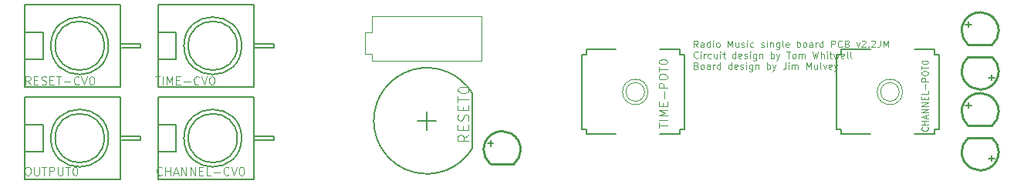
<source format=gbr>
%TF.GenerationSoftware,KiCad,Pcbnew,8.0.5*%
%TF.CreationDate,2024-11-18T15:17:10-05:00*%
%TF.ProjectId,RadioMusic_F rev2-2,52616469-6f4d-4757-9369-635f46207265,rev?*%
%TF.SameCoordinates,Original*%
%TF.FileFunction,Legend,Top*%
%TF.FilePolarity,Positive*%
%FSLAX46Y46*%
G04 Gerber Fmt 4.6, Leading zero omitted, Abs format (unit mm)*
G04 Created by KiCad (PCBNEW 8.0.5) date 2024-11-18 15:17:10*
%MOMM*%
%LPD*%
G01*
G04 APERTURE LIST*
%ADD10C,0.065024*%
%ADD11C,0.093472*%
%ADD12C,0.078516*%
%ADD13C,0.127000*%
%ADD14C,0.254000*%
%ADD15C,0.080000*%
%ADD16C,0.060000*%
%ADD17C,0.203200*%
%ADD18C,0.050800*%
G04 APERTURE END LIST*
D10*
X169182220Y-100562951D02*
X168932961Y-100206867D01*
X168754919Y-100562951D02*
X168754919Y-99815175D01*
X168754919Y-99815175D02*
X169039786Y-99815175D01*
X169039786Y-99815175D02*
X169111003Y-99850783D01*
X169111003Y-99850783D02*
X169146612Y-99886392D01*
X169146612Y-99886392D02*
X169182220Y-99957608D01*
X169182220Y-99957608D02*
X169182220Y-100064434D01*
X169182220Y-100064434D02*
X169146612Y-100135650D01*
X169146612Y-100135650D02*
X169111003Y-100171259D01*
X169111003Y-100171259D02*
X169039786Y-100206867D01*
X169039786Y-100206867D02*
X168754919Y-100206867D01*
X169823171Y-100562951D02*
X169823171Y-100171259D01*
X169823171Y-100171259D02*
X169787562Y-100100042D01*
X169787562Y-100100042D02*
X169716346Y-100064434D01*
X169716346Y-100064434D02*
X169573912Y-100064434D01*
X169573912Y-100064434D02*
X169502695Y-100100042D01*
X169823171Y-100527343D02*
X169751954Y-100562951D01*
X169751954Y-100562951D02*
X169573912Y-100562951D01*
X169573912Y-100562951D02*
X169502695Y-100527343D01*
X169502695Y-100527343D02*
X169467087Y-100456126D01*
X169467087Y-100456126D02*
X169467087Y-100384909D01*
X169467087Y-100384909D02*
X169502695Y-100313692D01*
X169502695Y-100313692D02*
X169573912Y-100278084D01*
X169573912Y-100278084D02*
X169751954Y-100278084D01*
X169751954Y-100278084D02*
X169823171Y-100242475D01*
X170499730Y-100562951D02*
X170499730Y-99815175D01*
X170499730Y-100527343D02*
X170428513Y-100562951D01*
X170428513Y-100562951D02*
X170286080Y-100562951D01*
X170286080Y-100562951D02*
X170214863Y-100527343D01*
X170214863Y-100527343D02*
X170179254Y-100491734D01*
X170179254Y-100491734D02*
X170143646Y-100420517D01*
X170143646Y-100420517D02*
X170143646Y-100206867D01*
X170143646Y-100206867D02*
X170179254Y-100135650D01*
X170179254Y-100135650D02*
X170214863Y-100100042D01*
X170214863Y-100100042D02*
X170286080Y-100064434D01*
X170286080Y-100064434D02*
X170428513Y-100064434D01*
X170428513Y-100064434D02*
X170499730Y-100100042D01*
X170855813Y-100562951D02*
X170855813Y-100064434D01*
X170855813Y-99815175D02*
X170820205Y-99850783D01*
X170820205Y-99850783D02*
X170855813Y-99886392D01*
X170855813Y-99886392D02*
X170891422Y-99850783D01*
X170891422Y-99850783D02*
X170855813Y-99815175D01*
X170855813Y-99815175D02*
X170855813Y-99886392D01*
X171318723Y-100562951D02*
X171247506Y-100527343D01*
X171247506Y-100527343D02*
X171211897Y-100491734D01*
X171211897Y-100491734D02*
X171176289Y-100420517D01*
X171176289Y-100420517D02*
X171176289Y-100206867D01*
X171176289Y-100206867D02*
X171211897Y-100135650D01*
X171211897Y-100135650D02*
X171247506Y-100100042D01*
X171247506Y-100100042D02*
X171318723Y-100064434D01*
X171318723Y-100064434D02*
X171425548Y-100064434D01*
X171425548Y-100064434D02*
X171496764Y-100100042D01*
X171496764Y-100100042D02*
X171532373Y-100135650D01*
X171532373Y-100135650D02*
X171567981Y-100206867D01*
X171567981Y-100206867D02*
X171567981Y-100420517D01*
X171567981Y-100420517D02*
X171532373Y-100491734D01*
X171532373Y-100491734D02*
X171496764Y-100527343D01*
X171496764Y-100527343D02*
X171425548Y-100562951D01*
X171425548Y-100562951D02*
X171318723Y-100562951D01*
X172458190Y-100562951D02*
X172458190Y-99815175D01*
X172458190Y-99815175D02*
X172707449Y-100349301D01*
X172707449Y-100349301D02*
X172956708Y-99815175D01*
X172956708Y-99815175D02*
X172956708Y-100562951D01*
X173633267Y-100064434D02*
X173633267Y-100562951D01*
X173312791Y-100064434D02*
X173312791Y-100456126D01*
X173312791Y-100456126D02*
X173348400Y-100527343D01*
X173348400Y-100527343D02*
X173419617Y-100562951D01*
X173419617Y-100562951D02*
X173526442Y-100562951D01*
X173526442Y-100562951D02*
X173597658Y-100527343D01*
X173597658Y-100527343D02*
X173633267Y-100491734D01*
X173953742Y-100527343D02*
X174024959Y-100562951D01*
X174024959Y-100562951D02*
X174167392Y-100562951D01*
X174167392Y-100562951D02*
X174238609Y-100527343D01*
X174238609Y-100527343D02*
X174274217Y-100456126D01*
X174274217Y-100456126D02*
X174274217Y-100420517D01*
X174274217Y-100420517D02*
X174238609Y-100349301D01*
X174238609Y-100349301D02*
X174167392Y-100313692D01*
X174167392Y-100313692D02*
X174060567Y-100313692D01*
X174060567Y-100313692D02*
X173989350Y-100278084D01*
X173989350Y-100278084D02*
X173953742Y-100206867D01*
X173953742Y-100206867D02*
X173953742Y-100171259D01*
X173953742Y-100171259D02*
X173989350Y-100100042D01*
X173989350Y-100100042D02*
X174060567Y-100064434D01*
X174060567Y-100064434D02*
X174167392Y-100064434D01*
X174167392Y-100064434D02*
X174238609Y-100100042D01*
X174594692Y-100562951D02*
X174594692Y-100064434D01*
X174594692Y-99815175D02*
X174559084Y-99850783D01*
X174559084Y-99850783D02*
X174594692Y-99886392D01*
X174594692Y-99886392D02*
X174630301Y-99850783D01*
X174630301Y-99850783D02*
X174594692Y-99815175D01*
X174594692Y-99815175D02*
X174594692Y-99886392D01*
X175271252Y-100527343D02*
X175200035Y-100562951D01*
X175200035Y-100562951D02*
X175057602Y-100562951D01*
X175057602Y-100562951D02*
X174986385Y-100527343D01*
X174986385Y-100527343D02*
X174950776Y-100491734D01*
X174950776Y-100491734D02*
X174915168Y-100420517D01*
X174915168Y-100420517D02*
X174915168Y-100206867D01*
X174915168Y-100206867D02*
X174950776Y-100135650D01*
X174950776Y-100135650D02*
X174986385Y-100100042D01*
X174986385Y-100100042D02*
X175057602Y-100064434D01*
X175057602Y-100064434D02*
X175200035Y-100064434D01*
X175200035Y-100064434D02*
X175271252Y-100100042D01*
X176125853Y-100527343D02*
X176197070Y-100562951D01*
X176197070Y-100562951D02*
X176339503Y-100562951D01*
X176339503Y-100562951D02*
X176410720Y-100527343D01*
X176410720Y-100527343D02*
X176446328Y-100456126D01*
X176446328Y-100456126D02*
X176446328Y-100420517D01*
X176446328Y-100420517D02*
X176410720Y-100349301D01*
X176410720Y-100349301D02*
X176339503Y-100313692D01*
X176339503Y-100313692D02*
X176232678Y-100313692D01*
X176232678Y-100313692D02*
X176161461Y-100278084D01*
X176161461Y-100278084D02*
X176125853Y-100206867D01*
X176125853Y-100206867D02*
X176125853Y-100171259D01*
X176125853Y-100171259D02*
X176161461Y-100100042D01*
X176161461Y-100100042D02*
X176232678Y-100064434D01*
X176232678Y-100064434D02*
X176339503Y-100064434D01*
X176339503Y-100064434D02*
X176410720Y-100100042D01*
X176766803Y-100562951D02*
X176766803Y-100064434D01*
X176766803Y-99815175D02*
X176731195Y-99850783D01*
X176731195Y-99850783D02*
X176766803Y-99886392D01*
X176766803Y-99886392D02*
X176802412Y-99850783D01*
X176802412Y-99850783D02*
X176766803Y-99815175D01*
X176766803Y-99815175D02*
X176766803Y-99886392D01*
X177122887Y-100064434D02*
X177122887Y-100562951D01*
X177122887Y-100135650D02*
X177158496Y-100100042D01*
X177158496Y-100100042D02*
X177229713Y-100064434D01*
X177229713Y-100064434D02*
X177336538Y-100064434D01*
X177336538Y-100064434D02*
X177407754Y-100100042D01*
X177407754Y-100100042D02*
X177443363Y-100171259D01*
X177443363Y-100171259D02*
X177443363Y-100562951D01*
X178119922Y-100064434D02*
X178119922Y-100669776D01*
X178119922Y-100669776D02*
X178084313Y-100740993D01*
X178084313Y-100740993D02*
X178048705Y-100776601D01*
X178048705Y-100776601D02*
X177977488Y-100812210D01*
X177977488Y-100812210D02*
X177870663Y-100812210D01*
X177870663Y-100812210D02*
X177799446Y-100776601D01*
X178119922Y-100527343D02*
X178048705Y-100562951D01*
X178048705Y-100562951D02*
X177906272Y-100562951D01*
X177906272Y-100562951D02*
X177835055Y-100527343D01*
X177835055Y-100527343D02*
X177799446Y-100491734D01*
X177799446Y-100491734D02*
X177763838Y-100420517D01*
X177763838Y-100420517D02*
X177763838Y-100206867D01*
X177763838Y-100206867D02*
X177799446Y-100135650D01*
X177799446Y-100135650D02*
X177835055Y-100100042D01*
X177835055Y-100100042D02*
X177906272Y-100064434D01*
X177906272Y-100064434D02*
X178048705Y-100064434D01*
X178048705Y-100064434D02*
X178119922Y-100100042D01*
X178582831Y-100562951D02*
X178511614Y-100527343D01*
X178511614Y-100527343D02*
X178476005Y-100456126D01*
X178476005Y-100456126D02*
X178476005Y-99815175D01*
X179152564Y-100527343D02*
X179081348Y-100562951D01*
X179081348Y-100562951D02*
X178938914Y-100562951D01*
X178938914Y-100562951D02*
X178867697Y-100527343D01*
X178867697Y-100527343D02*
X178832089Y-100456126D01*
X178832089Y-100456126D02*
X178832089Y-100171259D01*
X178832089Y-100171259D02*
X178867697Y-100100042D01*
X178867697Y-100100042D02*
X178938914Y-100064434D01*
X178938914Y-100064434D02*
X179081348Y-100064434D01*
X179081348Y-100064434D02*
X179152564Y-100100042D01*
X179152564Y-100100042D02*
X179188173Y-100171259D01*
X179188173Y-100171259D02*
X179188173Y-100242475D01*
X179188173Y-100242475D02*
X178832089Y-100313692D01*
X180078382Y-100562951D02*
X180078382Y-99815175D01*
X180078382Y-100100042D02*
X180149599Y-100064434D01*
X180149599Y-100064434D02*
X180292033Y-100064434D01*
X180292033Y-100064434D02*
X180363249Y-100100042D01*
X180363249Y-100100042D02*
X180398858Y-100135650D01*
X180398858Y-100135650D02*
X180434466Y-100206867D01*
X180434466Y-100206867D02*
X180434466Y-100420517D01*
X180434466Y-100420517D02*
X180398858Y-100491734D01*
X180398858Y-100491734D02*
X180363249Y-100527343D01*
X180363249Y-100527343D02*
X180292033Y-100562951D01*
X180292033Y-100562951D02*
X180149599Y-100562951D01*
X180149599Y-100562951D02*
X180078382Y-100527343D01*
X180861767Y-100562951D02*
X180790550Y-100527343D01*
X180790550Y-100527343D02*
X180754941Y-100491734D01*
X180754941Y-100491734D02*
X180719333Y-100420517D01*
X180719333Y-100420517D02*
X180719333Y-100206867D01*
X180719333Y-100206867D02*
X180754941Y-100135650D01*
X180754941Y-100135650D02*
X180790550Y-100100042D01*
X180790550Y-100100042D02*
X180861767Y-100064434D01*
X180861767Y-100064434D02*
X180968592Y-100064434D01*
X180968592Y-100064434D02*
X181039808Y-100100042D01*
X181039808Y-100100042D02*
X181075417Y-100135650D01*
X181075417Y-100135650D02*
X181111025Y-100206867D01*
X181111025Y-100206867D02*
X181111025Y-100420517D01*
X181111025Y-100420517D02*
X181075417Y-100491734D01*
X181075417Y-100491734D02*
X181039808Y-100527343D01*
X181039808Y-100527343D02*
X180968592Y-100562951D01*
X180968592Y-100562951D02*
X180861767Y-100562951D01*
X181751976Y-100562951D02*
X181751976Y-100171259D01*
X181751976Y-100171259D02*
X181716367Y-100100042D01*
X181716367Y-100100042D02*
X181645151Y-100064434D01*
X181645151Y-100064434D02*
X181502717Y-100064434D01*
X181502717Y-100064434D02*
X181431500Y-100100042D01*
X181751976Y-100527343D02*
X181680759Y-100562951D01*
X181680759Y-100562951D02*
X181502717Y-100562951D01*
X181502717Y-100562951D02*
X181431500Y-100527343D01*
X181431500Y-100527343D02*
X181395892Y-100456126D01*
X181395892Y-100456126D02*
X181395892Y-100384909D01*
X181395892Y-100384909D02*
X181431500Y-100313692D01*
X181431500Y-100313692D02*
X181502717Y-100278084D01*
X181502717Y-100278084D02*
X181680759Y-100278084D01*
X181680759Y-100278084D02*
X181751976Y-100242475D01*
X182108059Y-100562951D02*
X182108059Y-100064434D01*
X182108059Y-100206867D02*
X182143668Y-100135650D01*
X182143668Y-100135650D02*
X182179276Y-100100042D01*
X182179276Y-100100042D02*
X182250493Y-100064434D01*
X182250493Y-100064434D02*
X182321710Y-100064434D01*
X182891444Y-100562951D02*
X182891444Y-99815175D01*
X182891444Y-100527343D02*
X182820227Y-100562951D01*
X182820227Y-100562951D02*
X182677794Y-100562951D01*
X182677794Y-100562951D02*
X182606577Y-100527343D01*
X182606577Y-100527343D02*
X182570968Y-100491734D01*
X182570968Y-100491734D02*
X182535360Y-100420517D01*
X182535360Y-100420517D02*
X182535360Y-100206867D01*
X182535360Y-100206867D02*
X182570968Y-100135650D01*
X182570968Y-100135650D02*
X182606577Y-100100042D01*
X182606577Y-100100042D02*
X182677794Y-100064434D01*
X182677794Y-100064434D02*
X182820227Y-100064434D01*
X182820227Y-100064434D02*
X182891444Y-100100042D01*
X183817261Y-100562951D02*
X183817261Y-99815175D01*
X183817261Y-99815175D02*
X184102128Y-99815175D01*
X184102128Y-99815175D02*
X184173345Y-99850783D01*
X184173345Y-99850783D02*
X184208954Y-99886392D01*
X184208954Y-99886392D02*
X184244562Y-99957608D01*
X184244562Y-99957608D02*
X184244562Y-100064434D01*
X184244562Y-100064434D02*
X184208954Y-100135650D01*
X184208954Y-100135650D02*
X184173345Y-100171259D01*
X184173345Y-100171259D02*
X184102128Y-100206867D01*
X184102128Y-100206867D02*
X183817261Y-100206867D01*
X184992338Y-100491734D02*
X184956730Y-100527343D01*
X184956730Y-100527343D02*
X184849904Y-100562951D01*
X184849904Y-100562951D02*
X184778688Y-100562951D01*
X184778688Y-100562951D02*
X184671863Y-100527343D01*
X184671863Y-100527343D02*
X184600646Y-100456126D01*
X184600646Y-100456126D02*
X184565037Y-100384909D01*
X184565037Y-100384909D02*
X184529429Y-100242475D01*
X184529429Y-100242475D02*
X184529429Y-100135650D01*
X184529429Y-100135650D02*
X184565037Y-99993217D01*
X184565037Y-99993217D02*
X184600646Y-99922000D01*
X184600646Y-99922000D02*
X184671863Y-99850783D01*
X184671863Y-99850783D02*
X184778688Y-99815175D01*
X184778688Y-99815175D02*
X184849904Y-99815175D01*
X184849904Y-99815175D02*
X184956730Y-99850783D01*
X184956730Y-99850783D02*
X184992338Y-99886392D01*
X185562072Y-100171259D02*
X185668897Y-100206867D01*
X185668897Y-100206867D02*
X185704506Y-100242475D01*
X185704506Y-100242475D02*
X185740114Y-100313692D01*
X185740114Y-100313692D02*
X185740114Y-100420517D01*
X185740114Y-100420517D02*
X185704506Y-100491734D01*
X185704506Y-100491734D02*
X185668897Y-100527343D01*
X185668897Y-100527343D02*
X185597680Y-100562951D01*
X185597680Y-100562951D02*
X185312813Y-100562951D01*
X185312813Y-100562951D02*
X185312813Y-99815175D01*
X185312813Y-99815175D02*
X185562072Y-99815175D01*
X185562072Y-99815175D02*
X185633289Y-99850783D01*
X185633289Y-99850783D02*
X185668897Y-99886392D01*
X185668897Y-99886392D02*
X185704506Y-99957608D01*
X185704506Y-99957608D02*
X185704506Y-100028825D01*
X185704506Y-100028825D02*
X185668897Y-100100042D01*
X185668897Y-100100042D02*
X185633289Y-100135650D01*
X185633289Y-100135650D02*
X185562072Y-100171259D01*
X185562072Y-100171259D02*
X185312813Y-100171259D01*
X186559107Y-100064434D02*
X186737149Y-100562951D01*
X186737149Y-100562951D02*
X186915190Y-100064434D01*
X187164449Y-99886392D02*
X187200057Y-99850783D01*
X187200057Y-99850783D02*
X187271274Y-99815175D01*
X187271274Y-99815175D02*
X187449316Y-99815175D01*
X187449316Y-99815175D02*
X187520533Y-99850783D01*
X187520533Y-99850783D02*
X187556141Y-99886392D01*
X187556141Y-99886392D02*
X187591750Y-99957608D01*
X187591750Y-99957608D02*
X187591750Y-100028825D01*
X187591750Y-100028825D02*
X187556141Y-100135650D01*
X187556141Y-100135650D02*
X187128841Y-100562951D01*
X187128841Y-100562951D02*
X187591750Y-100562951D01*
X187912225Y-100491734D02*
X187947834Y-100527343D01*
X187947834Y-100527343D02*
X187912225Y-100562951D01*
X187912225Y-100562951D02*
X187876617Y-100527343D01*
X187876617Y-100527343D02*
X187912225Y-100491734D01*
X187912225Y-100491734D02*
X187912225Y-100562951D01*
X188232701Y-99886392D02*
X188268309Y-99850783D01*
X188268309Y-99850783D02*
X188339526Y-99815175D01*
X188339526Y-99815175D02*
X188517568Y-99815175D01*
X188517568Y-99815175D02*
X188588785Y-99850783D01*
X188588785Y-99850783D02*
X188624393Y-99886392D01*
X188624393Y-99886392D02*
X188660002Y-99957608D01*
X188660002Y-99957608D02*
X188660002Y-100028825D01*
X188660002Y-100028825D02*
X188624393Y-100135650D01*
X188624393Y-100135650D02*
X188197093Y-100562951D01*
X188197093Y-100562951D02*
X188660002Y-100562951D01*
X189194128Y-99815175D02*
X189194128Y-100349301D01*
X189194128Y-100349301D02*
X189158519Y-100456126D01*
X189158519Y-100456126D02*
X189087303Y-100527343D01*
X189087303Y-100527343D02*
X188980477Y-100562951D01*
X188980477Y-100562951D02*
X188909261Y-100562951D01*
X189550211Y-100562951D02*
X189550211Y-99815175D01*
X189550211Y-99815175D02*
X189799470Y-100349301D01*
X189799470Y-100349301D02*
X190048729Y-99815175D01*
X190048729Y-99815175D02*
X190048729Y-100562951D01*
X169182220Y-101695611D02*
X169146612Y-101731220D01*
X169146612Y-101731220D02*
X169039786Y-101766828D01*
X169039786Y-101766828D02*
X168968570Y-101766828D01*
X168968570Y-101766828D02*
X168861745Y-101731220D01*
X168861745Y-101731220D02*
X168790528Y-101660003D01*
X168790528Y-101660003D02*
X168754919Y-101588786D01*
X168754919Y-101588786D02*
X168719311Y-101446352D01*
X168719311Y-101446352D02*
X168719311Y-101339527D01*
X168719311Y-101339527D02*
X168754919Y-101197094D01*
X168754919Y-101197094D02*
X168790528Y-101125877D01*
X168790528Y-101125877D02*
X168861745Y-101054660D01*
X168861745Y-101054660D02*
X168968570Y-101019052D01*
X168968570Y-101019052D02*
X169039786Y-101019052D01*
X169039786Y-101019052D02*
X169146612Y-101054660D01*
X169146612Y-101054660D02*
X169182220Y-101090269D01*
X169502695Y-101766828D02*
X169502695Y-101268311D01*
X169502695Y-101019052D02*
X169467087Y-101054660D01*
X169467087Y-101054660D02*
X169502695Y-101090269D01*
X169502695Y-101090269D02*
X169538304Y-101054660D01*
X169538304Y-101054660D02*
X169502695Y-101019052D01*
X169502695Y-101019052D02*
X169502695Y-101090269D01*
X169858779Y-101766828D02*
X169858779Y-101268311D01*
X169858779Y-101410744D02*
X169894388Y-101339527D01*
X169894388Y-101339527D02*
X169929996Y-101303919D01*
X169929996Y-101303919D02*
X170001213Y-101268311D01*
X170001213Y-101268311D02*
X170072430Y-101268311D01*
X170642164Y-101731220D02*
X170570947Y-101766828D01*
X170570947Y-101766828D02*
X170428514Y-101766828D01*
X170428514Y-101766828D02*
X170357297Y-101731220D01*
X170357297Y-101731220D02*
X170321688Y-101695611D01*
X170321688Y-101695611D02*
X170286080Y-101624394D01*
X170286080Y-101624394D02*
X170286080Y-101410744D01*
X170286080Y-101410744D02*
X170321688Y-101339527D01*
X170321688Y-101339527D02*
X170357297Y-101303919D01*
X170357297Y-101303919D02*
X170428514Y-101268311D01*
X170428514Y-101268311D02*
X170570947Y-101268311D01*
X170570947Y-101268311D02*
X170642164Y-101303919D01*
X171283115Y-101268311D02*
X171283115Y-101766828D01*
X170962639Y-101268311D02*
X170962639Y-101660003D01*
X170962639Y-101660003D02*
X170998248Y-101731220D01*
X170998248Y-101731220D02*
X171069465Y-101766828D01*
X171069465Y-101766828D02*
X171176290Y-101766828D01*
X171176290Y-101766828D02*
X171247506Y-101731220D01*
X171247506Y-101731220D02*
X171283115Y-101695611D01*
X171639198Y-101766828D02*
X171639198Y-101268311D01*
X171639198Y-101019052D02*
X171603590Y-101054660D01*
X171603590Y-101054660D02*
X171639198Y-101090269D01*
X171639198Y-101090269D02*
X171674807Y-101054660D01*
X171674807Y-101054660D02*
X171639198Y-101019052D01*
X171639198Y-101019052D02*
X171639198Y-101090269D01*
X171888457Y-101268311D02*
X172173324Y-101268311D01*
X171995282Y-101019052D02*
X171995282Y-101660003D01*
X171995282Y-101660003D02*
X172030891Y-101731220D01*
X172030891Y-101731220D02*
X172102108Y-101766828D01*
X172102108Y-101766828D02*
X172173324Y-101766828D01*
X173312793Y-101766828D02*
X173312793Y-101019052D01*
X173312793Y-101731220D02*
X173241576Y-101766828D01*
X173241576Y-101766828D02*
X173099143Y-101766828D01*
X173099143Y-101766828D02*
X173027926Y-101731220D01*
X173027926Y-101731220D02*
X172992317Y-101695611D01*
X172992317Y-101695611D02*
X172956709Y-101624394D01*
X172956709Y-101624394D02*
X172956709Y-101410744D01*
X172956709Y-101410744D02*
X172992317Y-101339527D01*
X172992317Y-101339527D02*
X173027926Y-101303919D01*
X173027926Y-101303919D02*
X173099143Y-101268311D01*
X173099143Y-101268311D02*
X173241576Y-101268311D01*
X173241576Y-101268311D02*
X173312793Y-101303919D01*
X173953743Y-101731220D02*
X173882527Y-101766828D01*
X173882527Y-101766828D02*
X173740093Y-101766828D01*
X173740093Y-101766828D02*
X173668876Y-101731220D01*
X173668876Y-101731220D02*
X173633268Y-101660003D01*
X173633268Y-101660003D02*
X173633268Y-101375136D01*
X173633268Y-101375136D02*
X173668876Y-101303919D01*
X173668876Y-101303919D02*
X173740093Y-101268311D01*
X173740093Y-101268311D02*
X173882527Y-101268311D01*
X173882527Y-101268311D02*
X173953743Y-101303919D01*
X173953743Y-101303919D02*
X173989352Y-101375136D01*
X173989352Y-101375136D02*
X173989352Y-101446352D01*
X173989352Y-101446352D02*
X173633268Y-101517569D01*
X174274219Y-101731220D02*
X174345436Y-101766828D01*
X174345436Y-101766828D02*
X174487869Y-101766828D01*
X174487869Y-101766828D02*
X174559086Y-101731220D01*
X174559086Y-101731220D02*
X174594694Y-101660003D01*
X174594694Y-101660003D02*
X174594694Y-101624394D01*
X174594694Y-101624394D02*
X174559086Y-101553178D01*
X174559086Y-101553178D02*
X174487869Y-101517569D01*
X174487869Y-101517569D02*
X174381044Y-101517569D01*
X174381044Y-101517569D02*
X174309827Y-101481961D01*
X174309827Y-101481961D02*
X174274219Y-101410744D01*
X174274219Y-101410744D02*
X174274219Y-101375136D01*
X174274219Y-101375136D02*
X174309827Y-101303919D01*
X174309827Y-101303919D02*
X174381044Y-101268311D01*
X174381044Y-101268311D02*
X174487869Y-101268311D01*
X174487869Y-101268311D02*
X174559086Y-101303919D01*
X174915169Y-101766828D02*
X174915169Y-101268311D01*
X174915169Y-101019052D02*
X174879561Y-101054660D01*
X174879561Y-101054660D02*
X174915169Y-101090269D01*
X174915169Y-101090269D02*
X174950778Y-101054660D01*
X174950778Y-101054660D02*
X174915169Y-101019052D01*
X174915169Y-101019052D02*
X174915169Y-101090269D01*
X175591729Y-101268311D02*
X175591729Y-101873653D01*
X175591729Y-101873653D02*
X175556120Y-101944870D01*
X175556120Y-101944870D02*
X175520512Y-101980478D01*
X175520512Y-101980478D02*
X175449295Y-102016087D01*
X175449295Y-102016087D02*
X175342470Y-102016087D01*
X175342470Y-102016087D02*
X175271253Y-101980478D01*
X175591729Y-101731220D02*
X175520512Y-101766828D01*
X175520512Y-101766828D02*
X175378079Y-101766828D01*
X175378079Y-101766828D02*
X175306862Y-101731220D01*
X175306862Y-101731220D02*
X175271253Y-101695611D01*
X175271253Y-101695611D02*
X175235645Y-101624394D01*
X175235645Y-101624394D02*
X175235645Y-101410744D01*
X175235645Y-101410744D02*
X175271253Y-101339527D01*
X175271253Y-101339527D02*
X175306862Y-101303919D01*
X175306862Y-101303919D02*
X175378079Y-101268311D01*
X175378079Y-101268311D02*
X175520512Y-101268311D01*
X175520512Y-101268311D02*
X175591729Y-101303919D01*
X175947812Y-101268311D02*
X175947812Y-101766828D01*
X175947812Y-101339527D02*
X175983421Y-101303919D01*
X175983421Y-101303919D02*
X176054638Y-101268311D01*
X176054638Y-101268311D02*
X176161463Y-101268311D01*
X176161463Y-101268311D02*
X176232679Y-101303919D01*
X176232679Y-101303919D02*
X176268288Y-101375136D01*
X176268288Y-101375136D02*
X176268288Y-101766828D01*
X177194105Y-101766828D02*
X177194105Y-101019052D01*
X177194105Y-101303919D02*
X177265322Y-101268311D01*
X177265322Y-101268311D02*
X177407756Y-101268311D01*
X177407756Y-101268311D02*
X177478972Y-101303919D01*
X177478972Y-101303919D02*
X177514581Y-101339527D01*
X177514581Y-101339527D02*
X177550189Y-101410744D01*
X177550189Y-101410744D02*
X177550189Y-101624394D01*
X177550189Y-101624394D02*
X177514581Y-101695611D01*
X177514581Y-101695611D02*
X177478972Y-101731220D01*
X177478972Y-101731220D02*
X177407756Y-101766828D01*
X177407756Y-101766828D02*
X177265322Y-101766828D01*
X177265322Y-101766828D02*
X177194105Y-101731220D01*
X177799448Y-101268311D02*
X177977490Y-101766828D01*
X178155531Y-101268311D02*
X177977490Y-101766828D01*
X177977490Y-101766828D02*
X177906273Y-101944870D01*
X177906273Y-101944870D02*
X177870664Y-101980478D01*
X177870664Y-101980478D02*
X177799448Y-102016087D01*
X178903307Y-101019052D02*
X179330608Y-101019052D01*
X179116958Y-101766828D02*
X179116958Y-101019052D01*
X179686692Y-101766828D02*
X179615475Y-101731220D01*
X179615475Y-101731220D02*
X179579866Y-101695611D01*
X179579866Y-101695611D02*
X179544258Y-101624394D01*
X179544258Y-101624394D02*
X179544258Y-101410744D01*
X179544258Y-101410744D02*
X179579866Y-101339527D01*
X179579866Y-101339527D02*
X179615475Y-101303919D01*
X179615475Y-101303919D02*
X179686692Y-101268311D01*
X179686692Y-101268311D02*
X179793517Y-101268311D01*
X179793517Y-101268311D02*
X179864733Y-101303919D01*
X179864733Y-101303919D02*
X179900342Y-101339527D01*
X179900342Y-101339527D02*
X179935950Y-101410744D01*
X179935950Y-101410744D02*
X179935950Y-101624394D01*
X179935950Y-101624394D02*
X179900342Y-101695611D01*
X179900342Y-101695611D02*
X179864733Y-101731220D01*
X179864733Y-101731220D02*
X179793517Y-101766828D01*
X179793517Y-101766828D02*
X179686692Y-101766828D01*
X180256425Y-101766828D02*
X180256425Y-101268311D01*
X180256425Y-101339527D02*
X180292034Y-101303919D01*
X180292034Y-101303919D02*
X180363251Y-101268311D01*
X180363251Y-101268311D02*
X180470076Y-101268311D01*
X180470076Y-101268311D02*
X180541292Y-101303919D01*
X180541292Y-101303919D02*
X180576901Y-101375136D01*
X180576901Y-101375136D02*
X180576901Y-101766828D01*
X180576901Y-101375136D02*
X180612509Y-101303919D01*
X180612509Y-101303919D02*
X180683726Y-101268311D01*
X180683726Y-101268311D02*
X180790551Y-101268311D01*
X180790551Y-101268311D02*
X180861768Y-101303919D01*
X180861768Y-101303919D02*
X180897376Y-101375136D01*
X180897376Y-101375136D02*
X180897376Y-101766828D01*
X181751978Y-101019052D02*
X181930020Y-101766828D01*
X181930020Y-101766828D02*
X182072453Y-101232702D01*
X182072453Y-101232702D02*
X182214887Y-101766828D01*
X182214887Y-101766828D02*
X182392929Y-101019052D01*
X182677795Y-101766828D02*
X182677795Y-101019052D01*
X182998271Y-101766828D02*
X182998271Y-101375136D01*
X182998271Y-101375136D02*
X182962662Y-101303919D01*
X182962662Y-101303919D02*
X182891446Y-101268311D01*
X182891446Y-101268311D02*
X182784621Y-101268311D01*
X182784621Y-101268311D02*
X182713404Y-101303919D01*
X182713404Y-101303919D02*
X182677795Y-101339527D01*
X183354354Y-101766828D02*
X183354354Y-101268311D01*
X183354354Y-101019052D02*
X183318746Y-101054660D01*
X183318746Y-101054660D02*
X183354354Y-101090269D01*
X183354354Y-101090269D02*
X183389963Y-101054660D01*
X183389963Y-101054660D02*
X183354354Y-101019052D01*
X183354354Y-101019052D02*
X183354354Y-101090269D01*
X183603613Y-101268311D02*
X183888480Y-101268311D01*
X183710438Y-101019052D02*
X183710438Y-101660003D01*
X183710438Y-101660003D02*
X183746047Y-101731220D01*
X183746047Y-101731220D02*
X183817264Y-101766828D01*
X183817264Y-101766828D02*
X183888480Y-101766828D01*
X184066523Y-101268311D02*
X184208956Y-101766828D01*
X184208956Y-101766828D02*
X184351390Y-101410744D01*
X184351390Y-101410744D02*
X184493823Y-101766828D01*
X184493823Y-101766828D02*
X184636257Y-101268311D01*
X185205990Y-101731220D02*
X185134774Y-101766828D01*
X185134774Y-101766828D02*
X184992340Y-101766828D01*
X184992340Y-101766828D02*
X184921123Y-101731220D01*
X184921123Y-101731220D02*
X184885515Y-101660003D01*
X184885515Y-101660003D02*
X184885515Y-101375136D01*
X184885515Y-101375136D02*
X184921123Y-101303919D01*
X184921123Y-101303919D02*
X184992340Y-101268311D01*
X184992340Y-101268311D02*
X185134774Y-101268311D01*
X185134774Y-101268311D02*
X185205990Y-101303919D01*
X185205990Y-101303919D02*
X185241599Y-101375136D01*
X185241599Y-101375136D02*
X185241599Y-101446352D01*
X185241599Y-101446352D02*
X184885515Y-101517569D01*
X185668900Y-101766828D02*
X185597683Y-101731220D01*
X185597683Y-101731220D02*
X185562074Y-101660003D01*
X185562074Y-101660003D02*
X185562074Y-101019052D01*
X186060592Y-101766828D02*
X185989375Y-101731220D01*
X185989375Y-101731220D02*
X185953766Y-101660003D01*
X185953766Y-101660003D02*
X185953766Y-101019052D01*
X169004178Y-102579013D02*
X169111003Y-102614621D01*
X169111003Y-102614621D02*
X169146612Y-102650229D01*
X169146612Y-102650229D02*
X169182220Y-102721446D01*
X169182220Y-102721446D02*
X169182220Y-102828271D01*
X169182220Y-102828271D02*
X169146612Y-102899488D01*
X169146612Y-102899488D02*
X169111003Y-102935097D01*
X169111003Y-102935097D02*
X169039786Y-102970705D01*
X169039786Y-102970705D02*
X168754919Y-102970705D01*
X168754919Y-102970705D02*
X168754919Y-102222929D01*
X168754919Y-102222929D02*
X169004178Y-102222929D01*
X169004178Y-102222929D02*
X169075395Y-102258537D01*
X169075395Y-102258537D02*
X169111003Y-102294146D01*
X169111003Y-102294146D02*
X169146612Y-102365362D01*
X169146612Y-102365362D02*
X169146612Y-102436579D01*
X169146612Y-102436579D02*
X169111003Y-102507796D01*
X169111003Y-102507796D02*
X169075395Y-102543404D01*
X169075395Y-102543404D02*
X169004178Y-102579013D01*
X169004178Y-102579013D02*
X168754919Y-102579013D01*
X169609521Y-102970705D02*
X169538304Y-102935097D01*
X169538304Y-102935097D02*
X169502695Y-102899488D01*
X169502695Y-102899488D02*
X169467087Y-102828271D01*
X169467087Y-102828271D02*
X169467087Y-102614621D01*
X169467087Y-102614621D02*
X169502695Y-102543404D01*
X169502695Y-102543404D02*
X169538304Y-102507796D01*
X169538304Y-102507796D02*
X169609521Y-102472188D01*
X169609521Y-102472188D02*
X169716346Y-102472188D01*
X169716346Y-102472188D02*
X169787562Y-102507796D01*
X169787562Y-102507796D02*
X169823171Y-102543404D01*
X169823171Y-102543404D02*
X169858779Y-102614621D01*
X169858779Y-102614621D02*
X169858779Y-102828271D01*
X169858779Y-102828271D02*
X169823171Y-102899488D01*
X169823171Y-102899488D02*
X169787562Y-102935097D01*
X169787562Y-102935097D02*
X169716346Y-102970705D01*
X169716346Y-102970705D02*
X169609521Y-102970705D01*
X170499730Y-102970705D02*
X170499730Y-102579013D01*
X170499730Y-102579013D02*
X170464121Y-102507796D01*
X170464121Y-102507796D02*
X170392905Y-102472188D01*
X170392905Y-102472188D02*
X170250471Y-102472188D01*
X170250471Y-102472188D02*
X170179254Y-102507796D01*
X170499730Y-102935097D02*
X170428513Y-102970705D01*
X170428513Y-102970705D02*
X170250471Y-102970705D01*
X170250471Y-102970705D02*
X170179254Y-102935097D01*
X170179254Y-102935097D02*
X170143646Y-102863880D01*
X170143646Y-102863880D02*
X170143646Y-102792663D01*
X170143646Y-102792663D02*
X170179254Y-102721446D01*
X170179254Y-102721446D02*
X170250471Y-102685838D01*
X170250471Y-102685838D02*
X170428513Y-102685838D01*
X170428513Y-102685838D02*
X170499730Y-102650229D01*
X170855813Y-102970705D02*
X170855813Y-102472188D01*
X170855813Y-102614621D02*
X170891422Y-102543404D01*
X170891422Y-102543404D02*
X170927030Y-102507796D01*
X170927030Y-102507796D02*
X170998247Y-102472188D01*
X170998247Y-102472188D02*
X171069464Y-102472188D01*
X171639198Y-102970705D02*
X171639198Y-102222929D01*
X171639198Y-102935097D02*
X171567981Y-102970705D01*
X171567981Y-102970705D02*
X171425548Y-102970705D01*
X171425548Y-102970705D02*
X171354331Y-102935097D01*
X171354331Y-102935097D02*
X171318722Y-102899488D01*
X171318722Y-102899488D02*
X171283114Y-102828271D01*
X171283114Y-102828271D02*
X171283114Y-102614621D01*
X171283114Y-102614621D02*
X171318722Y-102543404D01*
X171318722Y-102543404D02*
X171354331Y-102507796D01*
X171354331Y-102507796D02*
X171425548Y-102472188D01*
X171425548Y-102472188D02*
X171567981Y-102472188D01*
X171567981Y-102472188D02*
X171639198Y-102507796D01*
X172885491Y-102970705D02*
X172885491Y-102222929D01*
X172885491Y-102935097D02*
X172814274Y-102970705D01*
X172814274Y-102970705D02*
X172671841Y-102970705D01*
X172671841Y-102970705D02*
X172600624Y-102935097D01*
X172600624Y-102935097D02*
X172565015Y-102899488D01*
X172565015Y-102899488D02*
X172529407Y-102828271D01*
X172529407Y-102828271D02*
X172529407Y-102614621D01*
X172529407Y-102614621D02*
X172565015Y-102543404D01*
X172565015Y-102543404D02*
X172600624Y-102507796D01*
X172600624Y-102507796D02*
X172671841Y-102472188D01*
X172671841Y-102472188D02*
X172814274Y-102472188D01*
X172814274Y-102472188D02*
X172885491Y-102507796D01*
X173526441Y-102935097D02*
X173455225Y-102970705D01*
X173455225Y-102970705D02*
X173312791Y-102970705D01*
X173312791Y-102970705D02*
X173241574Y-102935097D01*
X173241574Y-102935097D02*
X173205966Y-102863880D01*
X173205966Y-102863880D02*
X173205966Y-102579013D01*
X173205966Y-102579013D02*
X173241574Y-102507796D01*
X173241574Y-102507796D02*
X173312791Y-102472188D01*
X173312791Y-102472188D02*
X173455225Y-102472188D01*
X173455225Y-102472188D02*
X173526441Y-102507796D01*
X173526441Y-102507796D02*
X173562050Y-102579013D01*
X173562050Y-102579013D02*
X173562050Y-102650229D01*
X173562050Y-102650229D02*
X173205966Y-102721446D01*
X173846917Y-102935097D02*
X173918134Y-102970705D01*
X173918134Y-102970705D02*
X174060567Y-102970705D01*
X174060567Y-102970705D02*
X174131784Y-102935097D01*
X174131784Y-102935097D02*
X174167392Y-102863880D01*
X174167392Y-102863880D02*
X174167392Y-102828271D01*
X174167392Y-102828271D02*
X174131784Y-102757055D01*
X174131784Y-102757055D02*
X174060567Y-102721446D01*
X174060567Y-102721446D02*
X173953742Y-102721446D01*
X173953742Y-102721446D02*
X173882525Y-102685838D01*
X173882525Y-102685838D02*
X173846917Y-102614621D01*
X173846917Y-102614621D02*
X173846917Y-102579013D01*
X173846917Y-102579013D02*
X173882525Y-102507796D01*
X173882525Y-102507796D02*
X173953742Y-102472188D01*
X173953742Y-102472188D02*
X174060567Y-102472188D01*
X174060567Y-102472188D02*
X174131784Y-102507796D01*
X174487867Y-102970705D02*
X174487867Y-102472188D01*
X174487867Y-102222929D02*
X174452259Y-102258537D01*
X174452259Y-102258537D02*
X174487867Y-102294146D01*
X174487867Y-102294146D02*
X174523476Y-102258537D01*
X174523476Y-102258537D02*
X174487867Y-102222929D01*
X174487867Y-102222929D02*
X174487867Y-102294146D01*
X175164427Y-102472188D02*
X175164427Y-103077530D01*
X175164427Y-103077530D02*
X175128818Y-103148747D01*
X175128818Y-103148747D02*
X175093210Y-103184355D01*
X175093210Y-103184355D02*
X175021993Y-103219964D01*
X175021993Y-103219964D02*
X174915168Y-103219964D01*
X174915168Y-103219964D02*
X174843951Y-103184355D01*
X175164427Y-102935097D02*
X175093210Y-102970705D01*
X175093210Y-102970705D02*
X174950777Y-102970705D01*
X174950777Y-102970705D02*
X174879560Y-102935097D01*
X174879560Y-102935097D02*
X174843951Y-102899488D01*
X174843951Y-102899488D02*
X174808343Y-102828271D01*
X174808343Y-102828271D02*
X174808343Y-102614621D01*
X174808343Y-102614621D02*
X174843951Y-102543404D01*
X174843951Y-102543404D02*
X174879560Y-102507796D01*
X174879560Y-102507796D02*
X174950777Y-102472188D01*
X174950777Y-102472188D02*
X175093210Y-102472188D01*
X175093210Y-102472188D02*
X175164427Y-102507796D01*
X175520510Y-102472188D02*
X175520510Y-102970705D01*
X175520510Y-102543404D02*
X175556119Y-102507796D01*
X175556119Y-102507796D02*
X175627336Y-102472188D01*
X175627336Y-102472188D02*
X175734161Y-102472188D01*
X175734161Y-102472188D02*
X175805377Y-102507796D01*
X175805377Y-102507796D02*
X175840986Y-102579013D01*
X175840986Y-102579013D02*
X175840986Y-102970705D01*
X176766803Y-102970705D02*
X176766803Y-102222929D01*
X176766803Y-102507796D02*
X176838020Y-102472188D01*
X176838020Y-102472188D02*
X176980454Y-102472188D01*
X176980454Y-102472188D02*
X177051670Y-102507796D01*
X177051670Y-102507796D02*
X177087279Y-102543404D01*
X177087279Y-102543404D02*
X177122887Y-102614621D01*
X177122887Y-102614621D02*
X177122887Y-102828271D01*
X177122887Y-102828271D02*
X177087279Y-102899488D01*
X177087279Y-102899488D02*
X177051670Y-102935097D01*
X177051670Y-102935097D02*
X176980454Y-102970705D01*
X176980454Y-102970705D02*
X176838020Y-102970705D01*
X176838020Y-102970705D02*
X176766803Y-102935097D01*
X177372146Y-102472188D02*
X177550188Y-102970705D01*
X177728229Y-102472188D02*
X177550188Y-102970705D01*
X177550188Y-102970705D02*
X177478971Y-103148747D01*
X177478971Y-103148747D02*
X177443362Y-103184355D01*
X177443362Y-103184355D02*
X177372146Y-103219964D01*
X178796481Y-102222929D02*
X178796481Y-102757055D01*
X178796481Y-102757055D02*
X178760872Y-102863880D01*
X178760872Y-102863880D02*
X178689656Y-102935097D01*
X178689656Y-102935097D02*
X178582830Y-102970705D01*
X178582830Y-102970705D02*
X178511614Y-102970705D01*
X179152564Y-102970705D02*
X179152564Y-102472188D01*
X179152564Y-102222929D02*
X179116956Y-102258537D01*
X179116956Y-102258537D02*
X179152564Y-102294146D01*
X179152564Y-102294146D02*
X179188173Y-102258537D01*
X179188173Y-102258537D02*
X179152564Y-102222929D01*
X179152564Y-102222929D02*
X179152564Y-102294146D01*
X179508648Y-102970705D02*
X179508648Y-102472188D01*
X179508648Y-102543404D02*
X179544257Y-102507796D01*
X179544257Y-102507796D02*
X179615474Y-102472188D01*
X179615474Y-102472188D02*
X179722299Y-102472188D01*
X179722299Y-102472188D02*
X179793515Y-102507796D01*
X179793515Y-102507796D02*
X179829124Y-102579013D01*
X179829124Y-102579013D02*
X179829124Y-102970705D01*
X179829124Y-102579013D02*
X179864732Y-102507796D01*
X179864732Y-102507796D02*
X179935949Y-102472188D01*
X179935949Y-102472188D02*
X180042774Y-102472188D01*
X180042774Y-102472188D02*
X180113991Y-102507796D01*
X180113991Y-102507796D02*
X180149599Y-102579013D01*
X180149599Y-102579013D02*
X180149599Y-102970705D01*
X181075417Y-102970705D02*
X181075417Y-102222929D01*
X181075417Y-102222929D02*
X181324676Y-102757055D01*
X181324676Y-102757055D02*
X181573935Y-102222929D01*
X181573935Y-102222929D02*
X181573935Y-102970705D01*
X182250494Y-102472188D02*
X182250494Y-102970705D01*
X181930018Y-102472188D02*
X181930018Y-102863880D01*
X181930018Y-102863880D02*
X181965627Y-102935097D01*
X181965627Y-102935097D02*
X182036844Y-102970705D01*
X182036844Y-102970705D02*
X182143669Y-102970705D01*
X182143669Y-102970705D02*
X182214885Y-102935097D01*
X182214885Y-102935097D02*
X182250494Y-102899488D01*
X182713403Y-102970705D02*
X182642186Y-102935097D01*
X182642186Y-102935097D02*
X182606577Y-102863880D01*
X182606577Y-102863880D02*
X182606577Y-102222929D01*
X182927053Y-102472188D02*
X183105095Y-102970705D01*
X183105095Y-102970705D02*
X183283136Y-102472188D01*
X183852870Y-102935097D02*
X183781654Y-102970705D01*
X183781654Y-102970705D02*
X183639220Y-102970705D01*
X183639220Y-102970705D02*
X183568003Y-102935097D01*
X183568003Y-102935097D02*
X183532395Y-102863880D01*
X183532395Y-102863880D02*
X183532395Y-102579013D01*
X183532395Y-102579013D02*
X183568003Y-102507796D01*
X183568003Y-102507796D02*
X183639220Y-102472188D01*
X183639220Y-102472188D02*
X183781654Y-102472188D01*
X183781654Y-102472188D02*
X183852870Y-102507796D01*
X183852870Y-102507796D02*
X183888479Y-102579013D01*
X183888479Y-102579013D02*
X183888479Y-102650229D01*
X183888479Y-102650229D02*
X183532395Y-102721446D01*
X184137738Y-102472188D02*
X184315780Y-102970705D01*
X184493821Y-102472188D02*
X184315780Y-102970705D01*
X184315780Y-102970705D02*
X184244563Y-103148747D01*
X184244563Y-103148747D02*
X184208954Y-103184355D01*
X184208954Y-103184355D02*
X184137738Y-103219964D01*
D11*
X110370856Y-114556537D02*
X110326926Y-114600467D01*
X110326926Y-114600467D02*
X110195136Y-114644396D01*
X110195136Y-114644396D02*
X110107276Y-114644396D01*
X110107276Y-114644396D02*
X109975487Y-114600467D01*
X109975487Y-114600467D02*
X109887627Y-114512607D01*
X109887627Y-114512607D02*
X109843697Y-114424747D01*
X109843697Y-114424747D02*
X109799767Y-114249027D01*
X109799767Y-114249027D02*
X109799767Y-114117238D01*
X109799767Y-114117238D02*
X109843697Y-113941518D01*
X109843697Y-113941518D02*
X109887627Y-113853658D01*
X109887627Y-113853658D02*
X109975487Y-113765798D01*
X109975487Y-113765798D02*
X110107276Y-113721868D01*
X110107276Y-113721868D02*
X110195136Y-113721868D01*
X110195136Y-113721868D02*
X110326926Y-113765798D01*
X110326926Y-113765798D02*
X110370856Y-113809728D01*
X110766225Y-114644396D02*
X110766225Y-113721868D01*
X110766225Y-114161167D02*
X111293384Y-114161167D01*
X111293384Y-114644396D02*
X111293384Y-113721868D01*
X111688753Y-114380817D02*
X112128052Y-114380817D01*
X111600893Y-114644396D02*
X111908403Y-113721868D01*
X111908403Y-113721868D02*
X112215912Y-114644396D01*
X112523421Y-114644396D02*
X112523421Y-113721868D01*
X112523421Y-113721868D02*
X113050580Y-114644396D01*
X113050580Y-114644396D02*
X113050580Y-113721868D01*
X113489879Y-114644396D02*
X113489879Y-113721868D01*
X113489879Y-113721868D02*
X114017038Y-114644396D01*
X114017038Y-114644396D02*
X114017038Y-113721868D01*
X114456337Y-114161167D02*
X114763846Y-114161167D01*
X114895636Y-114644396D02*
X114456337Y-114644396D01*
X114456337Y-114644396D02*
X114456337Y-113721868D01*
X114456337Y-113721868D02*
X114895636Y-113721868D01*
X115730304Y-114644396D02*
X115291005Y-114644396D01*
X115291005Y-114644396D02*
X115291005Y-113721868D01*
X116037813Y-114292957D02*
X116740692Y-114292957D01*
X117707150Y-114556537D02*
X117663220Y-114600467D01*
X117663220Y-114600467D02*
X117531430Y-114644396D01*
X117531430Y-114644396D02*
X117443570Y-114644396D01*
X117443570Y-114644396D02*
X117311781Y-114600467D01*
X117311781Y-114600467D02*
X117223921Y-114512607D01*
X117223921Y-114512607D02*
X117179991Y-114424747D01*
X117179991Y-114424747D02*
X117136061Y-114249027D01*
X117136061Y-114249027D02*
X117136061Y-114117238D01*
X117136061Y-114117238D02*
X117179991Y-113941518D01*
X117179991Y-113941518D02*
X117223921Y-113853658D01*
X117223921Y-113853658D02*
X117311781Y-113765798D01*
X117311781Y-113765798D02*
X117443570Y-113721868D01*
X117443570Y-113721868D02*
X117531430Y-113721868D01*
X117531430Y-113721868D02*
X117663220Y-113765798D01*
X117663220Y-113765798D02*
X117707150Y-113809728D01*
X117970729Y-113721868D02*
X118278239Y-114644396D01*
X118278239Y-114644396D02*
X118585748Y-113721868D01*
X119068977Y-113721868D02*
X119156836Y-113721868D01*
X119156836Y-113721868D02*
X119244696Y-113765798D01*
X119244696Y-113765798D02*
X119288626Y-113809728D01*
X119288626Y-113809728D02*
X119332556Y-113897588D01*
X119332556Y-113897588D02*
X119376486Y-114073308D01*
X119376486Y-114073308D02*
X119376486Y-114292957D01*
X119376486Y-114292957D02*
X119332556Y-114468677D01*
X119332556Y-114468677D02*
X119288626Y-114556537D01*
X119288626Y-114556537D02*
X119244696Y-114600467D01*
X119244696Y-114600467D02*
X119156836Y-114644396D01*
X119156836Y-114644396D02*
X119068977Y-114644396D01*
X119068977Y-114644396D02*
X118981117Y-114600467D01*
X118981117Y-114600467D02*
X118937187Y-114556537D01*
X118937187Y-114556537D02*
X118893257Y-114468677D01*
X118893257Y-114468677D02*
X118849327Y-114292957D01*
X118849327Y-114292957D02*
X118849327Y-114073308D01*
X118849327Y-114073308D02*
X118893257Y-113897588D01*
X118893257Y-113897588D02*
X118937187Y-113809728D01*
X118937187Y-113809728D02*
X118981117Y-113765798D01*
X118981117Y-113765798D02*
X119068977Y-113721868D01*
X95957832Y-104687596D02*
X95650323Y-104248297D01*
X95430673Y-104687596D02*
X95430673Y-103765068D01*
X95430673Y-103765068D02*
X95782112Y-103765068D01*
X95782112Y-103765068D02*
X95869972Y-103808998D01*
X95869972Y-103808998D02*
X95913902Y-103852928D01*
X95913902Y-103852928D02*
X95957832Y-103940788D01*
X95957832Y-103940788D02*
X95957832Y-104072578D01*
X95957832Y-104072578D02*
X95913902Y-104160438D01*
X95913902Y-104160438D02*
X95869972Y-104204367D01*
X95869972Y-104204367D02*
X95782112Y-104248297D01*
X95782112Y-104248297D02*
X95430673Y-104248297D01*
X96353201Y-104204367D02*
X96660710Y-104204367D01*
X96792500Y-104687596D02*
X96353201Y-104687596D01*
X96353201Y-104687596D02*
X96353201Y-103765068D01*
X96353201Y-103765068D02*
X96792500Y-103765068D01*
X97143939Y-104643667D02*
X97275729Y-104687596D01*
X97275729Y-104687596D02*
X97495378Y-104687596D01*
X97495378Y-104687596D02*
X97583238Y-104643667D01*
X97583238Y-104643667D02*
X97627168Y-104599737D01*
X97627168Y-104599737D02*
X97671098Y-104511877D01*
X97671098Y-104511877D02*
X97671098Y-104424017D01*
X97671098Y-104424017D02*
X97627168Y-104336157D01*
X97627168Y-104336157D02*
X97583238Y-104292227D01*
X97583238Y-104292227D02*
X97495378Y-104248297D01*
X97495378Y-104248297D02*
X97319659Y-104204367D01*
X97319659Y-104204367D02*
X97231799Y-104160438D01*
X97231799Y-104160438D02*
X97187869Y-104116508D01*
X97187869Y-104116508D02*
X97143939Y-104028648D01*
X97143939Y-104028648D02*
X97143939Y-103940788D01*
X97143939Y-103940788D02*
X97187869Y-103852928D01*
X97187869Y-103852928D02*
X97231799Y-103808998D01*
X97231799Y-103808998D02*
X97319659Y-103765068D01*
X97319659Y-103765068D02*
X97539308Y-103765068D01*
X97539308Y-103765068D02*
X97671098Y-103808998D01*
X98066467Y-104204367D02*
X98373976Y-104204367D01*
X98505766Y-104687596D02*
X98066467Y-104687596D01*
X98066467Y-104687596D02*
X98066467Y-103765068D01*
X98066467Y-103765068D02*
X98505766Y-103765068D01*
X98769345Y-103765068D02*
X99296504Y-103765068D01*
X99032925Y-104687596D02*
X99032925Y-103765068D01*
X99604013Y-104336157D02*
X100306892Y-104336157D01*
X101273350Y-104599737D02*
X101229420Y-104643667D01*
X101229420Y-104643667D02*
X101097630Y-104687596D01*
X101097630Y-104687596D02*
X101009770Y-104687596D01*
X101009770Y-104687596D02*
X100877981Y-104643667D01*
X100877981Y-104643667D02*
X100790121Y-104555807D01*
X100790121Y-104555807D02*
X100746191Y-104467947D01*
X100746191Y-104467947D02*
X100702261Y-104292227D01*
X100702261Y-104292227D02*
X100702261Y-104160438D01*
X100702261Y-104160438D02*
X100746191Y-103984718D01*
X100746191Y-103984718D02*
X100790121Y-103896858D01*
X100790121Y-103896858D02*
X100877981Y-103808998D01*
X100877981Y-103808998D02*
X101009770Y-103765068D01*
X101009770Y-103765068D02*
X101097630Y-103765068D01*
X101097630Y-103765068D02*
X101229420Y-103808998D01*
X101229420Y-103808998D02*
X101273350Y-103852928D01*
X101536929Y-103765068D02*
X101844439Y-104687596D01*
X101844439Y-104687596D02*
X102151948Y-103765068D01*
X102635177Y-103765068D02*
X102723036Y-103765068D01*
X102723036Y-103765068D02*
X102810896Y-103808998D01*
X102810896Y-103808998D02*
X102854826Y-103852928D01*
X102854826Y-103852928D02*
X102898756Y-103940788D01*
X102898756Y-103940788D02*
X102942686Y-104116508D01*
X102942686Y-104116508D02*
X102942686Y-104336157D01*
X102942686Y-104336157D02*
X102898756Y-104511877D01*
X102898756Y-104511877D02*
X102854826Y-104599737D01*
X102854826Y-104599737D02*
X102810896Y-104643667D01*
X102810896Y-104643667D02*
X102723036Y-104687596D01*
X102723036Y-104687596D02*
X102635177Y-104687596D01*
X102635177Y-104687596D02*
X102547317Y-104643667D01*
X102547317Y-104643667D02*
X102503387Y-104599737D01*
X102503387Y-104599737D02*
X102459457Y-104511877D01*
X102459457Y-104511877D02*
X102415527Y-104336157D01*
X102415527Y-104336157D02*
X102415527Y-104116508D01*
X102415527Y-104116508D02*
X102459457Y-103940788D01*
X102459457Y-103940788D02*
X102503387Y-103852928D01*
X102503387Y-103852928D02*
X102547317Y-103808998D01*
X102547317Y-103808998D02*
X102635177Y-103765068D01*
X109623660Y-103765068D02*
X110150819Y-103765068D01*
X109887240Y-104687596D02*
X109887240Y-103765068D01*
X110458328Y-104687596D02*
X110458328Y-103765068D01*
X110897627Y-104687596D02*
X110897627Y-103765068D01*
X110897627Y-103765068D02*
X111205136Y-104424017D01*
X111205136Y-104424017D02*
X111512646Y-103765068D01*
X111512646Y-103765068D02*
X111512646Y-104687596D01*
X111951945Y-104204367D02*
X112259454Y-104204367D01*
X112391244Y-104687596D02*
X111951945Y-104687596D01*
X111951945Y-104687596D02*
X111951945Y-103765068D01*
X111951945Y-103765068D02*
X112391244Y-103765068D01*
X112786613Y-104336157D02*
X113489492Y-104336157D01*
X114455950Y-104599737D02*
X114412020Y-104643667D01*
X114412020Y-104643667D02*
X114280230Y-104687596D01*
X114280230Y-104687596D02*
X114192370Y-104687596D01*
X114192370Y-104687596D02*
X114060581Y-104643667D01*
X114060581Y-104643667D02*
X113972721Y-104555807D01*
X113972721Y-104555807D02*
X113928791Y-104467947D01*
X113928791Y-104467947D02*
X113884861Y-104292227D01*
X113884861Y-104292227D02*
X113884861Y-104160438D01*
X113884861Y-104160438D02*
X113928791Y-103984718D01*
X113928791Y-103984718D02*
X113972721Y-103896858D01*
X113972721Y-103896858D02*
X114060581Y-103808998D01*
X114060581Y-103808998D02*
X114192370Y-103765068D01*
X114192370Y-103765068D02*
X114280230Y-103765068D01*
X114280230Y-103765068D02*
X114412020Y-103808998D01*
X114412020Y-103808998D02*
X114455950Y-103852928D01*
X114719529Y-103765068D02*
X115027039Y-104687596D01*
X115027039Y-104687596D02*
X115334548Y-103765068D01*
X115817777Y-103765068D02*
X115905636Y-103765068D01*
X115905636Y-103765068D02*
X115993496Y-103808998D01*
X115993496Y-103808998D02*
X116037426Y-103852928D01*
X116037426Y-103852928D02*
X116081356Y-103940788D01*
X116081356Y-103940788D02*
X116125286Y-104116508D01*
X116125286Y-104116508D02*
X116125286Y-104336157D01*
X116125286Y-104336157D02*
X116081356Y-104511877D01*
X116081356Y-104511877D02*
X116037426Y-104599737D01*
X116037426Y-104599737D02*
X115993496Y-104643667D01*
X115993496Y-104643667D02*
X115905636Y-104687596D01*
X115905636Y-104687596D02*
X115817777Y-104687596D01*
X115817777Y-104687596D02*
X115729917Y-104643667D01*
X115729917Y-104643667D02*
X115685987Y-104599737D01*
X115685987Y-104599737D02*
X115642057Y-104511877D01*
X115642057Y-104511877D02*
X115598127Y-104336157D01*
X115598127Y-104336157D02*
X115598127Y-104116508D01*
X115598127Y-104116508D02*
X115642057Y-103940788D01*
X115642057Y-103940788D02*
X115685987Y-103852928D01*
X115685987Y-103852928D02*
X115729917Y-103808998D01*
X115729917Y-103808998D02*
X115817777Y-103765068D01*
X144026655Y-110179678D02*
X143466403Y-110571854D01*
X144026655Y-110851980D02*
X142850127Y-110851980D01*
X142850127Y-110851980D02*
X142850127Y-110403779D01*
X142850127Y-110403779D02*
X142906152Y-110291728D01*
X142906152Y-110291728D02*
X142962177Y-110235703D01*
X142962177Y-110235703D02*
X143074227Y-110179678D01*
X143074227Y-110179678D02*
X143242303Y-110179678D01*
X143242303Y-110179678D02*
X143354353Y-110235703D01*
X143354353Y-110235703D02*
X143410378Y-110291728D01*
X143410378Y-110291728D02*
X143466403Y-110403779D01*
X143466403Y-110403779D02*
X143466403Y-110851980D01*
X143410378Y-109675452D02*
X143410378Y-109283276D01*
X144026655Y-109115200D02*
X144026655Y-109675452D01*
X144026655Y-109675452D02*
X142850127Y-109675452D01*
X142850127Y-109675452D02*
X142850127Y-109115200D01*
X143970630Y-108666999D02*
X144026655Y-108498924D01*
X144026655Y-108498924D02*
X144026655Y-108218798D01*
X144026655Y-108218798D02*
X143970630Y-108106748D01*
X143970630Y-108106748D02*
X143914604Y-108050722D01*
X143914604Y-108050722D02*
X143802554Y-107994697D01*
X143802554Y-107994697D02*
X143690504Y-107994697D01*
X143690504Y-107994697D02*
X143578454Y-108050722D01*
X143578454Y-108050722D02*
X143522428Y-108106748D01*
X143522428Y-108106748D02*
X143466403Y-108218798D01*
X143466403Y-108218798D02*
X143410378Y-108442898D01*
X143410378Y-108442898D02*
X143354353Y-108554949D01*
X143354353Y-108554949D02*
X143298328Y-108610974D01*
X143298328Y-108610974D02*
X143186278Y-108666999D01*
X143186278Y-108666999D02*
X143074227Y-108666999D01*
X143074227Y-108666999D02*
X142962177Y-108610974D01*
X142962177Y-108610974D02*
X142906152Y-108554949D01*
X142906152Y-108554949D02*
X142850127Y-108442898D01*
X142850127Y-108442898D02*
X142850127Y-108162773D01*
X142850127Y-108162773D02*
X142906152Y-107994697D01*
X143410378Y-107490471D02*
X143410378Y-107098295D01*
X144026655Y-106930219D02*
X144026655Y-107490471D01*
X144026655Y-107490471D02*
X142850127Y-107490471D01*
X142850127Y-107490471D02*
X142850127Y-106930219D01*
X142850127Y-106594068D02*
X142850127Y-105921767D01*
X144026655Y-106257917D02*
X142850127Y-106257917D01*
X142850127Y-105305490D02*
X142850127Y-105193440D01*
X142850127Y-105193440D02*
X142906152Y-105081390D01*
X142906152Y-105081390D02*
X142962177Y-105025365D01*
X142962177Y-105025365D02*
X143074227Y-104969339D01*
X143074227Y-104969339D02*
X143298328Y-104913314D01*
X143298328Y-104913314D02*
X143578454Y-104913314D01*
X143578454Y-104913314D02*
X143802554Y-104969339D01*
X143802554Y-104969339D02*
X143914604Y-105025365D01*
X143914604Y-105025365D02*
X143970630Y-105081390D01*
X143970630Y-105081390D02*
X144026655Y-105193440D01*
X144026655Y-105193440D02*
X144026655Y-105305490D01*
X144026655Y-105305490D02*
X143970630Y-105417541D01*
X143970630Y-105417541D02*
X143914604Y-105473566D01*
X143914604Y-105473566D02*
X143802554Y-105529591D01*
X143802554Y-105529591D02*
X143578454Y-105585616D01*
X143578454Y-105585616D02*
X143298328Y-105585616D01*
X143298328Y-105585616D02*
X143074227Y-105529591D01*
X143074227Y-105529591D02*
X142962177Y-105473566D01*
X142962177Y-105473566D02*
X142906152Y-105417541D01*
X142906152Y-105417541D02*
X142850127Y-105305490D01*
X95578719Y-113721868D02*
X95754438Y-113721868D01*
X95754438Y-113721868D02*
X95842298Y-113765798D01*
X95842298Y-113765798D02*
X95930158Y-113853658D01*
X95930158Y-113853658D02*
X95974088Y-114029378D01*
X95974088Y-114029378D02*
X95974088Y-114336887D01*
X95974088Y-114336887D02*
X95930158Y-114512607D01*
X95930158Y-114512607D02*
X95842298Y-114600467D01*
X95842298Y-114600467D02*
X95754438Y-114644396D01*
X95754438Y-114644396D02*
X95578719Y-114644396D01*
X95578719Y-114644396D02*
X95490859Y-114600467D01*
X95490859Y-114600467D02*
X95402999Y-114512607D01*
X95402999Y-114512607D02*
X95359069Y-114336887D01*
X95359069Y-114336887D02*
X95359069Y-114029378D01*
X95359069Y-114029378D02*
X95402999Y-113853658D01*
X95402999Y-113853658D02*
X95490859Y-113765798D01*
X95490859Y-113765798D02*
X95578719Y-113721868D01*
X96369457Y-113721868D02*
X96369457Y-114468677D01*
X96369457Y-114468677D02*
X96413387Y-114556537D01*
X96413387Y-114556537D02*
X96457317Y-114600467D01*
X96457317Y-114600467D02*
X96545177Y-114644396D01*
X96545177Y-114644396D02*
X96720896Y-114644396D01*
X96720896Y-114644396D02*
X96808756Y-114600467D01*
X96808756Y-114600467D02*
X96852686Y-114556537D01*
X96852686Y-114556537D02*
X96896616Y-114468677D01*
X96896616Y-114468677D02*
X96896616Y-113721868D01*
X97204125Y-113721868D02*
X97731284Y-113721868D01*
X97467705Y-114644396D02*
X97467705Y-113721868D01*
X98038793Y-114644396D02*
X98038793Y-113721868D01*
X98038793Y-113721868D02*
X98390232Y-113721868D01*
X98390232Y-113721868D02*
X98478092Y-113765798D01*
X98478092Y-113765798D02*
X98522022Y-113809728D01*
X98522022Y-113809728D02*
X98565952Y-113897588D01*
X98565952Y-113897588D02*
X98565952Y-114029378D01*
X98565952Y-114029378D02*
X98522022Y-114117238D01*
X98522022Y-114117238D02*
X98478092Y-114161167D01*
X98478092Y-114161167D02*
X98390232Y-114205097D01*
X98390232Y-114205097D02*
X98038793Y-114205097D01*
X98961321Y-113721868D02*
X98961321Y-114468677D01*
X98961321Y-114468677D02*
X99005251Y-114556537D01*
X99005251Y-114556537D02*
X99049181Y-114600467D01*
X99049181Y-114600467D02*
X99137041Y-114644396D01*
X99137041Y-114644396D02*
X99312760Y-114644396D01*
X99312760Y-114644396D02*
X99400620Y-114600467D01*
X99400620Y-114600467D02*
X99444550Y-114556537D01*
X99444550Y-114556537D02*
X99488480Y-114468677D01*
X99488480Y-114468677D02*
X99488480Y-113721868D01*
X99795989Y-113721868D02*
X100323148Y-113721868D01*
X100059569Y-114644396D02*
X100059569Y-113721868D01*
X100806377Y-113721868D02*
X100894236Y-113721868D01*
X100894236Y-113721868D02*
X100982096Y-113765798D01*
X100982096Y-113765798D02*
X101026026Y-113809728D01*
X101026026Y-113809728D02*
X101069956Y-113897588D01*
X101069956Y-113897588D02*
X101113886Y-114073308D01*
X101113886Y-114073308D02*
X101113886Y-114292957D01*
X101113886Y-114292957D02*
X101069956Y-114468677D01*
X101069956Y-114468677D02*
X101026026Y-114556537D01*
X101026026Y-114556537D02*
X100982096Y-114600467D01*
X100982096Y-114600467D02*
X100894236Y-114644396D01*
X100894236Y-114644396D02*
X100806377Y-114644396D01*
X100806377Y-114644396D02*
X100718517Y-114600467D01*
X100718517Y-114600467D02*
X100674587Y-114556537D01*
X100674587Y-114556537D02*
X100630657Y-114468677D01*
X100630657Y-114468677D02*
X100586727Y-114292957D01*
X100586727Y-114292957D02*
X100586727Y-114073308D01*
X100586727Y-114073308D02*
X100630657Y-113897588D01*
X100630657Y-113897588D02*
X100674587Y-113809728D01*
X100674587Y-113809728D02*
X100718517Y-113765798D01*
X100718517Y-113765798D02*
X100806377Y-113721868D01*
D12*
X164891659Y-109398695D02*
X164891659Y-108862990D01*
X165829143Y-109130843D02*
X164891659Y-109130843D01*
X165829143Y-108550495D02*
X164891659Y-108550495D01*
X165829143Y-108104074D02*
X164891659Y-108104074D01*
X164891659Y-108104074D02*
X165561290Y-107791579D01*
X165561290Y-107791579D02*
X164891659Y-107479085D01*
X164891659Y-107479085D02*
X165829143Y-107479085D01*
X165338080Y-107032664D02*
X165338080Y-106720169D01*
X165829143Y-106586243D02*
X165829143Y-107032664D01*
X165829143Y-107032664D02*
X164891659Y-107032664D01*
X164891659Y-107032664D02*
X164891659Y-106586243D01*
X165472006Y-106184464D02*
X165472006Y-105470191D01*
X165829143Y-105023770D02*
X164891659Y-105023770D01*
X164891659Y-105023770D02*
X164891659Y-104666633D01*
X164891659Y-104666633D02*
X164936301Y-104577349D01*
X164936301Y-104577349D02*
X164980943Y-104532707D01*
X164980943Y-104532707D02*
X165070227Y-104488065D01*
X165070227Y-104488065D02*
X165204153Y-104488065D01*
X165204153Y-104488065D02*
X165293437Y-104532707D01*
X165293437Y-104532707D02*
X165338080Y-104577349D01*
X165338080Y-104577349D02*
X165382722Y-104666633D01*
X165382722Y-104666633D02*
X165382722Y-105023770D01*
X164891659Y-103907718D02*
X164891659Y-103729149D01*
X164891659Y-103729149D02*
X164936301Y-103639865D01*
X164936301Y-103639865D02*
X165025585Y-103550581D01*
X165025585Y-103550581D02*
X165204153Y-103505939D01*
X165204153Y-103505939D02*
X165516648Y-103505939D01*
X165516648Y-103505939D02*
X165695216Y-103550581D01*
X165695216Y-103550581D02*
X165784501Y-103639865D01*
X165784501Y-103639865D02*
X165829143Y-103729149D01*
X165829143Y-103729149D02*
X165829143Y-103907718D01*
X165829143Y-103907718D02*
X165784501Y-103997002D01*
X165784501Y-103997002D02*
X165695216Y-104086286D01*
X165695216Y-104086286D02*
X165516648Y-104130928D01*
X165516648Y-104130928D02*
X165204153Y-104130928D01*
X165204153Y-104130928D02*
X165025585Y-104086286D01*
X165025585Y-104086286D02*
X164936301Y-103997002D01*
X164936301Y-103997002D02*
X164891659Y-103907718D01*
X164891659Y-103238086D02*
X164891659Y-102702381D01*
X165829143Y-102970234D02*
X164891659Y-102970234D01*
X164891659Y-102211318D02*
X164891659Y-102122033D01*
X164891659Y-102122033D02*
X164936301Y-102032749D01*
X164936301Y-102032749D02*
X164980943Y-101988107D01*
X164980943Y-101988107D02*
X165070227Y-101943465D01*
X165070227Y-101943465D02*
X165248795Y-101898823D01*
X165248795Y-101898823D02*
X165472006Y-101898823D01*
X165472006Y-101898823D02*
X165650574Y-101943465D01*
X165650574Y-101943465D02*
X165739858Y-101988107D01*
X165739858Y-101988107D02*
X165784501Y-102032749D01*
X165784501Y-102032749D02*
X165829143Y-102122033D01*
X165829143Y-102122033D02*
X165829143Y-102211318D01*
X165829143Y-102211318D02*
X165784501Y-102300602D01*
X165784501Y-102300602D02*
X165739858Y-102345244D01*
X165739858Y-102345244D02*
X165650574Y-102389886D01*
X165650574Y-102389886D02*
X165472006Y-102434528D01*
X165472006Y-102434528D02*
X165248795Y-102434528D01*
X165248795Y-102434528D02*
X165070227Y-102389886D01*
X165070227Y-102389886D02*
X164980943Y-102345244D01*
X164980943Y-102345244D02*
X164936301Y-102300602D01*
X164936301Y-102300602D02*
X164891659Y-102211318D01*
X194357954Y-109348485D02*
X194390501Y-109381032D01*
X194390501Y-109381032D02*
X194423047Y-109478672D01*
X194423047Y-109478672D02*
X194423047Y-109543766D01*
X194423047Y-109543766D02*
X194390501Y-109641407D01*
X194390501Y-109641407D02*
X194325407Y-109706500D01*
X194325407Y-109706500D02*
X194260313Y-109739047D01*
X194260313Y-109739047D02*
X194130126Y-109771594D01*
X194130126Y-109771594D02*
X194032485Y-109771594D01*
X194032485Y-109771594D02*
X193902298Y-109739047D01*
X193902298Y-109739047D02*
X193837204Y-109706500D01*
X193837204Y-109706500D02*
X193772110Y-109641407D01*
X193772110Y-109641407D02*
X193739563Y-109543766D01*
X193739563Y-109543766D02*
X193739563Y-109478672D01*
X193739563Y-109478672D02*
X193772110Y-109381032D01*
X193772110Y-109381032D02*
X193804657Y-109348485D01*
X194423047Y-109055563D02*
X193739563Y-109055563D01*
X194065032Y-109055563D02*
X194065032Y-108665001D01*
X194423047Y-108665001D02*
X193739563Y-108665001D01*
X194227766Y-108372079D02*
X194227766Y-108046611D01*
X194423047Y-108437173D02*
X193739563Y-108209345D01*
X193739563Y-108209345D02*
X194423047Y-107981517D01*
X194423047Y-107753689D02*
X193739563Y-107753689D01*
X193739563Y-107753689D02*
X194423047Y-107363127D01*
X194423047Y-107363127D02*
X193739563Y-107363127D01*
X194423047Y-107037658D02*
X193739563Y-107037658D01*
X193739563Y-107037658D02*
X194423047Y-106647096D01*
X194423047Y-106647096D02*
X193739563Y-106647096D01*
X194065032Y-106321627D02*
X194065032Y-106093799D01*
X194423047Y-105996159D02*
X194423047Y-106321627D01*
X194423047Y-106321627D02*
X193739563Y-106321627D01*
X193739563Y-106321627D02*
X193739563Y-105996159D01*
X194423047Y-105377769D02*
X194423047Y-105703237D01*
X194423047Y-105703237D02*
X193739563Y-105703237D01*
X194162673Y-105149940D02*
X194162673Y-104629191D01*
X194423047Y-104303722D02*
X193739563Y-104303722D01*
X193739563Y-104303722D02*
X193739563Y-104043347D01*
X193739563Y-104043347D02*
X193772110Y-103978254D01*
X193772110Y-103978254D02*
X193804657Y-103945707D01*
X193804657Y-103945707D02*
X193869751Y-103913160D01*
X193869751Y-103913160D02*
X193967391Y-103913160D01*
X193967391Y-103913160D02*
X194032485Y-103945707D01*
X194032485Y-103945707D02*
X194065032Y-103978254D01*
X194065032Y-103978254D02*
X194097579Y-104043347D01*
X194097579Y-104043347D02*
X194097579Y-104303722D01*
X193739563Y-103490051D02*
X193739563Y-103359863D01*
X193739563Y-103359863D02*
X193772110Y-103294770D01*
X193772110Y-103294770D02*
X193837204Y-103229676D01*
X193837204Y-103229676D02*
X193967391Y-103197129D01*
X193967391Y-103197129D02*
X194195219Y-103197129D01*
X194195219Y-103197129D02*
X194325407Y-103229676D01*
X194325407Y-103229676D02*
X194390501Y-103294770D01*
X194390501Y-103294770D02*
X194423047Y-103359863D01*
X194423047Y-103359863D02*
X194423047Y-103490051D01*
X194423047Y-103490051D02*
X194390501Y-103555145D01*
X194390501Y-103555145D02*
X194325407Y-103620238D01*
X194325407Y-103620238D02*
X194195219Y-103652785D01*
X194195219Y-103652785D02*
X193967391Y-103652785D01*
X193967391Y-103652785D02*
X193837204Y-103620238D01*
X193837204Y-103620238D02*
X193772110Y-103555145D01*
X193772110Y-103555145D02*
X193739563Y-103490051D01*
X193739563Y-103001848D02*
X193739563Y-102611286D01*
X194423047Y-102806567D02*
X193739563Y-102806567D01*
X193739563Y-102253270D02*
X193739563Y-102188176D01*
X193739563Y-102188176D02*
X193772110Y-102123082D01*
X193772110Y-102123082D02*
X193804657Y-102090536D01*
X193804657Y-102090536D02*
X193869751Y-102057989D01*
X193869751Y-102057989D02*
X193999938Y-102025442D01*
X193999938Y-102025442D02*
X194162673Y-102025442D01*
X194162673Y-102025442D02*
X194292860Y-102057989D01*
X194292860Y-102057989D02*
X194357954Y-102090536D01*
X194357954Y-102090536D02*
X194390501Y-102123082D01*
X194390501Y-102123082D02*
X194423047Y-102188176D01*
X194423047Y-102188176D02*
X194423047Y-102253270D01*
X194423047Y-102253270D02*
X194390501Y-102318364D01*
X194390501Y-102318364D02*
X194357954Y-102350910D01*
X194357954Y-102350910D02*
X194292860Y-102383457D01*
X194292860Y-102383457D02*
X194162673Y-102416004D01*
X194162673Y-102416004D02*
X193999938Y-102416004D01*
X193999938Y-102416004D02*
X193869751Y-102383457D01*
X193869751Y-102383457D02*
X193804657Y-102350910D01*
X193804657Y-102350910D02*
X193772110Y-102318364D01*
X193772110Y-102318364D02*
X193739563Y-102253270D01*
D13*
%TO.C,CHANNEL-CV0*%
X109956100Y-109058600D02*
X109956100Y-106058600D01*
X109956100Y-112058600D02*
X109956100Y-109058600D01*
X109956100Y-112058600D02*
X111956100Y-112058600D01*
X109956100Y-115058600D02*
X109956100Y-112058600D01*
X109956100Y-115058600D02*
X120456100Y-115058600D01*
X111956100Y-109058600D02*
X109956100Y-109058600D01*
X111956100Y-112058600D02*
X111956100Y-109058600D01*
X120456100Y-106058600D02*
X109956100Y-106058600D01*
X120456100Y-110358600D02*
X120456100Y-106058600D01*
X120456100Y-115058600D02*
X120456100Y-110358600D01*
X120556100Y-110758600D02*
X122656100Y-110758600D01*
X122656100Y-110358600D02*
X120456100Y-110358600D01*
X122656100Y-110758600D02*
X122656100Y-110358600D01*
X119118375Y-110558600D02*
G75*
G02*
X112793825Y-110558600I-3162275J0D01*
G01*
X112793825Y-110558600D02*
G75*
G02*
X119118375Y-110558600I3162275J0D01*
G01*
X118646821Y-110558600D02*
G75*
G02*
X113265379Y-110558600I-2690721J0D01*
G01*
X113265379Y-110558600D02*
G75*
G02*
X118646821Y-110558600I2690721J0D01*
G01*
%TO.C,RESET-CV0*%
X95351100Y-98898600D02*
X95351100Y-95898600D01*
X95351100Y-101898600D02*
X95351100Y-98898600D01*
X95351100Y-101898600D02*
X97351100Y-101898600D01*
X95351100Y-104898600D02*
X95351100Y-101898600D01*
X95351100Y-104898600D02*
X105851100Y-104898600D01*
X97351100Y-98898600D02*
X95351100Y-98898600D01*
X97351100Y-101898600D02*
X97351100Y-98898600D01*
X105851100Y-95898600D02*
X95351100Y-95898600D01*
X105851100Y-100198600D02*
X105851100Y-95898600D01*
X105851100Y-104898600D02*
X105851100Y-100198600D01*
X105951100Y-100598600D02*
X108051100Y-100598600D01*
X108051100Y-100198600D02*
X105851100Y-100198600D01*
X108051100Y-100598600D02*
X108051100Y-100198600D01*
X104513375Y-100398600D02*
G75*
G02*
X98188825Y-100398600I-3162275J0D01*
G01*
X98188825Y-100398600D02*
G75*
G02*
X104513375Y-100398600I3162275J0D01*
G01*
X104041821Y-100398600D02*
G75*
G02*
X98660379Y-100398600I-2690721J0D01*
G01*
X98660379Y-100398600D02*
G75*
G02*
X104041821Y-100398600I2690721J0D01*
G01*
%TO.C,LED4*%
X201421381Y-112464231D02*
X201421381Y-113099231D01*
D14*
X201427100Y-110507800D02*
X198887100Y-110507800D01*
D13*
X201744812Y-112777503D02*
X201109812Y-112777503D01*
D14*
X198125100Y-112082600D02*
G75*
G02*
X198856200Y-110521600I2031997J14D01*
G01*
X199200900Y-113875500D02*
G75*
G02*
X198125100Y-112082600I956200J1792960D01*
G01*
X200157100Y-114114600D02*
G75*
G02*
X199193700Y-113871700I3J2031999D01*
G01*
X201222100Y-113813200D02*
G75*
G02*
X200157100Y-114114600I-1064916J1730598D01*
G01*
X201469700Y-110531400D02*
G75*
G02*
X202189100Y-112082600I-1312603J-1551164D01*
G01*
X202189100Y-112082600D02*
G75*
G02*
X201165300Y-113846900I-2031999J-57D01*
G01*
D13*
%TO.C,TIME-CV0*%
X109956100Y-98898600D02*
X109956100Y-95898600D01*
X109956100Y-101898600D02*
X109956100Y-98898600D01*
X109956100Y-101898600D02*
X111956100Y-101898600D01*
X109956100Y-104898600D02*
X109956100Y-101898600D01*
X109956100Y-104898600D02*
X120456100Y-104898600D01*
X111956100Y-98898600D02*
X109956100Y-98898600D01*
X111956100Y-101898600D02*
X111956100Y-98898600D01*
X120456100Y-95898600D02*
X109956100Y-95898600D01*
X120456100Y-100198600D02*
X120456100Y-95898600D01*
X120456100Y-104898600D02*
X120456100Y-100198600D01*
X120556100Y-100598600D02*
X122656100Y-100598600D01*
X122656100Y-100198600D02*
X120456100Y-100198600D01*
X122656100Y-100598600D02*
X122656100Y-100198600D01*
X119118375Y-100398600D02*
G75*
G02*
X112793825Y-100398600I-3162275J0D01*
G01*
X112793825Y-100398600D02*
G75*
G02*
X119118375Y-100398600I3162275J0D01*
G01*
X118646821Y-100398600D02*
G75*
G02*
X113265379Y-100398600I-2690721J0D01*
G01*
X113265379Y-100398600D02*
G75*
G02*
X118646821Y-100398600I2690721J0D01*
G01*
%TO.C,LED2*%
X201421381Y-103574231D02*
X201421381Y-104209231D01*
D14*
X201427100Y-101617800D02*
X198887100Y-101617800D01*
D13*
X201744812Y-103887503D02*
X201109812Y-103887503D01*
D14*
X198125100Y-103192600D02*
G75*
G02*
X198856200Y-101631600I2031997J14D01*
G01*
X199200900Y-104985500D02*
G75*
G02*
X198125100Y-103192600I956200J1792960D01*
G01*
X200157100Y-105224600D02*
G75*
G02*
X199193700Y-104981700I3J2031999D01*
G01*
X201222100Y-104923200D02*
G75*
G02*
X200157100Y-105224600I-1064916J1730598D01*
G01*
X201469700Y-101641400D02*
G75*
G02*
X202189100Y-103192600I-1312603J-1551164D01*
G01*
X202189100Y-103192600D02*
G75*
G02*
X201165300Y-104956900I-2031999J-57D01*
G01*
D13*
%TO.C,LED5*%
X146118388Y-111133697D02*
X146753388Y-111133697D01*
D14*
X146436100Y-113403400D02*
X148976100Y-113403400D01*
D13*
X146441819Y-111446969D02*
X146441819Y-110811969D01*
D14*
X145674100Y-111828600D02*
G75*
G02*
X146697900Y-110064300I2031999J57D01*
G01*
X146393500Y-113379800D02*
G75*
G02*
X145674100Y-111828600I1312603J1551164D01*
G01*
X146641100Y-110098000D02*
G75*
G02*
X147706100Y-109796600I1064916J-1730598D01*
G01*
X147706100Y-109796600D02*
G75*
G02*
X148669500Y-110039500I-3J-2031999D01*
G01*
X148662300Y-110035700D02*
G75*
G02*
X149738100Y-111828600I-956200J-1792960D01*
G01*
X149738100Y-111828600D02*
G75*
G02*
X149007000Y-113389600I-2031997J-14D01*
G01*
D13*
%TO.C,RESET0*%
X139451100Y-109653600D02*
X139451100Y-107653600D01*
X140451100Y-108653600D02*
X138451100Y-108653600D01*
X144451100Y-111653600D02*
X144451100Y-105653600D01*
X144451100Y-111653600D02*
G75*
G02*
X144451100Y-105653600I-5000000J3000000D01*
G01*
%TO.C,LED3*%
X198569388Y-106942697D02*
X199204388Y-106942697D01*
D14*
X198887100Y-109212400D02*
X201427100Y-109212400D01*
D13*
X198892819Y-107255969D02*
X198892819Y-106620969D01*
D14*
X198125100Y-107637600D02*
G75*
G02*
X199148900Y-105873300I2031999J57D01*
G01*
X198844500Y-109188800D02*
G75*
G02*
X198125100Y-107637600I1312603J1551164D01*
G01*
X199092100Y-105907000D02*
G75*
G02*
X200157100Y-105605600I1064916J-1730598D01*
G01*
X200157100Y-105605600D02*
G75*
G02*
X201120500Y-105848500I-3J-2031999D01*
G01*
X201113300Y-105844700D02*
G75*
G02*
X202189100Y-107637600I-956200J-1792960D01*
G01*
X202189100Y-107637600D02*
G75*
G02*
X201458000Y-109198600I-2031997J-14D01*
G01*
D13*
%TO.C,OUTPUT0*%
X95351100Y-109058600D02*
X95351100Y-106058600D01*
X95351100Y-112058600D02*
X95351100Y-109058600D01*
X95351100Y-112058600D02*
X97351100Y-112058600D01*
X95351100Y-115058600D02*
X95351100Y-112058600D01*
X95351100Y-115058600D02*
X105851100Y-115058600D01*
X97351100Y-109058600D02*
X95351100Y-109058600D01*
X97351100Y-112058600D02*
X97351100Y-109058600D01*
X105851100Y-106058600D02*
X95351100Y-106058600D01*
X105851100Y-110358600D02*
X105851100Y-106058600D01*
X105851100Y-115058600D02*
X105851100Y-110358600D01*
X105951100Y-110758600D02*
X108051100Y-110758600D01*
X108051100Y-110358600D02*
X105851100Y-110358600D01*
X108051100Y-110758600D02*
X108051100Y-110358600D01*
X104513375Y-110558600D02*
G75*
G02*
X98188825Y-110558600I-3162275J0D01*
G01*
X98188825Y-110558600D02*
G75*
G02*
X104513375Y-110558600I3162275J0D01*
G01*
X104041821Y-110558600D02*
G75*
G02*
X98660379Y-110558600I-2690721J0D01*
G01*
X98660379Y-110558600D02*
G75*
G02*
X104041821Y-110558600I2690721J0D01*
G01*
D15*
%TO.C,X1*%
X132651100Y-98963600D02*
X133451100Y-98963600D01*
X132651100Y-101263600D02*
X132651100Y-98963600D01*
D16*
X133451100Y-97163600D02*
X145451100Y-97163600D01*
X133451100Y-98963600D02*
X133451100Y-97163600D01*
D15*
X133451100Y-101263600D02*
X132651100Y-101263600D01*
D16*
X133451100Y-101263600D02*
X133451100Y-102063600D01*
X133451100Y-102063600D02*
X145451100Y-102063600D01*
X145451100Y-97163600D02*
X145451100Y-98963600D01*
D15*
X145451100Y-98963600D02*
X145451100Y-101263600D01*
D16*
X145451100Y-102063600D02*
X145451100Y-101263600D01*
D13*
%TO.C,LED1*%
X198569388Y-98052697D02*
X199204388Y-98052697D01*
D14*
X198887100Y-100322400D02*
X201427100Y-100322400D01*
D13*
X198892819Y-98365969D02*
X198892819Y-97730969D01*
D14*
X198125100Y-98747600D02*
G75*
G02*
X199148900Y-96983300I2031999J57D01*
G01*
X198844500Y-100298800D02*
G75*
G02*
X198125100Y-98747600I1312603J1551164D01*
G01*
X199092100Y-97017000D02*
G75*
G02*
X200157100Y-96715600I1064916J-1730598D01*
G01*
X200157100Y-96715600D02*
G75*
G02*
X201120500Y-96958500I-3J-2031999D01*
G01*
X201113300Y-96954700D02*
G75*
G02*
X202189100Y-98747600I-956200J-1792960D01*
G01*
X202189100Y-98747600D02*
G75*
G02*
X201458000Y-100308600I-2031997J-14D01*
G01*
D17*
%TO.C,TIME-POT0*%
X156411100Y-109578600D02*
X156411100Y-101378600D01*
X156411100Y-109578600D02*
X156961100Y-109578600D01*
X156961100Y-100828600D02*
X156961100Y-101378600D01*
X156961100Y-100828600D02*
X160161100Y-100828600D01*
X156961100Y-101378600D02*
X156411100Y-101378600D01*
X156961100Y-109578600D02*
X156961100Y-110128600D01*
X160161100Y-110128600D02*
X156961100Y-110128600D01*
X164961100Y-100828600D02*
X167161100Y-100828600D01*
X167161100Y-101378600D02*
X167161100Y-100828600D01*
X167161100Y-109578600D02*
X167711100Y-109578600D01*
X167161100Y-110128600D02*
X164961100Y-110128600D01*
X167161100Y-110128600D02*
X167161100Y-109578600D01*
X167711100Y-101378600D02*
X167161100Y-101378600D01*
X167711100Y-101378600D02*
X167711100Y-109578600D01*
D18*
X163327100Y-105478600D02*
G75*
G02*
X161295100Y-105478600I-1016000J0D01*
G01*
X161295100Y-105478600D02*
G75*
G02*
X163327100Y-105478600I1016000J0D01*
G01*
X163708100Y-105478600D02*
G75*
G02*
X160914100Y-105478600I-1397000J0D01*
G01*
X160914100Y-105478600D02*
G75*
G02*
X163708100Y-105478600I1397000J0D01*
G01*
D17*
%TO.C,CHANNEL-POT0*%
X184351100Y-109578600D02*
X184351100Y-101378600D01*
X184351100Y-109578600D02*
X184901100Y-109578600D01*
X184901100Y-100828600D02*
X184901100Y-101378600D01*
X184901100Y-100828600D02*
X188101100Y-100828600D01*
X184901100Y-101378600D02*
X184351100Y-101378600D01*
X184901100Y-109578600D02*
X184901100Y-110128600D01*
X188101100Y-110128600D02*
X184901100Y-110128600D01*
X192901100Y-100828600D02*
X195101100Y-100828600D01*
X195101100Y-101378600D02*
X195101100Y-100828600D01*
X195101100Y-109578600D02*
X195651100Y-109578600D01*
X195101100Y-110128600D02*
X192901100Y-110128600D01*
X195101100Y-110128600D02*
X195101100Y-109578600D01*
X195651100Y-101378600D02*
X195101100Y-101378600D01*
X195651100Y-101378600D02*
X195651100Y-109578600D01*
D18*
X191267100Y-105478600D02*
G75*
G02*
X189235100Y-105478600I-1016000J0D01*
G01*
X189235100Y-105478600D02*
G75*
G02*
X191267100Y-105478600I1016000J0D01*
G01*
X191648100Y-105478600D02*
G75*
G02*
X188854100Y-105478600I-1397000J0D01*
G01*
X188854100Y-105478600D02*
G75*
G02*
X191648100Y-105478600I1397000J0D01*
G01*
%TD*%
M02*

</source>
